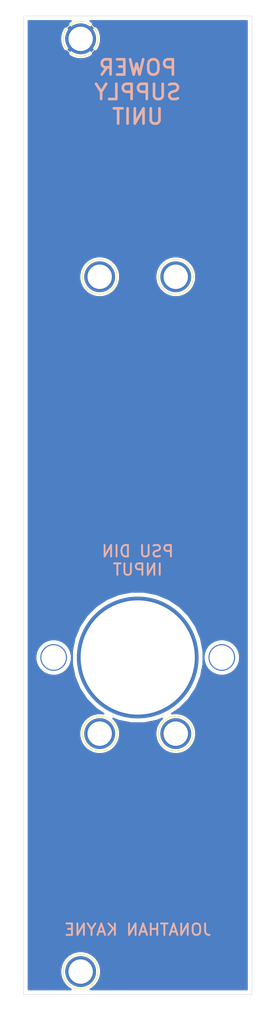
<source format=kicad_pcb>
(kicad_pcb (version 20171130) (host pcbnew "(5.1.0)-1")

  (general
    (thickness 1.6)
    (drawings 8)
    (tracks 0)
    (zones 0)
    (modules 8)
    (nets 7)
  )

  (page A4)
  (layers
    (0 F.Cu signal)
    (31 B.Cu signal)
    (32 B.Adhes user)
    (33 F.Adhes user)
    (34 B.Paste user)
    (35 F.Paste user)
    (36 B.SilkS user)
    (37 F.SilkS user)
    (38 B.Mask user)
    (39 F.Mask user)
    (40 Dwgs.User user)
    (41 Cmts.User user)
    (42 Eco1.User user)
    (43 Eco2.User user)
    (44 Edge.Cuts user)
    (45 Margin user)
    (46 B.CrtYd user)
    (47 F.CrtYd user)
    (48 B.Fab user)
    (49 F.Fab user)
  )

  (setup
    (last_trace_width 0.25)
    (trace_clearance 0.2)
    (zone_clearance 0.508)
    (zone_45_only no)
    (trace_min 0.2)
    (via_size 0.8)
    (via_drill 0.4)
    (via_min_size 0.4)
    (via_min_drill 0.3)
    (uvia_size 0.3)
    (uvia_drill 0.1)
    (uvias_allowed no)
    (uvia_min_size 0.2)
    (uvia_min_drill 0.1)
    (edge_width 0.05)
    (segment_width 0.2)
    (pcb_text_width 0.3)
    (pcb_text_size 1.5 1.5)
    (mod_edge_width 0.12)
    (mod_text_size 1 1)
    (mod_text_width 0.15)
    (pad_size 1.524 1.524)
    (pad_drill 0.762)
    (pad_to_mask_clearance 0.051)
    (solder_mask_min_width 0.25)
    (aux_axis_origin 0 0)
    (visible_elements FFFFFF7F)
    (pcbplotparams
      (layerselection 0x010f0_ffffffff)
      (usegerberextensions true)
      (usegerberattributes false)
      (usegerberadvancedattributes false)
      (creategerberjobfile false)
      (excludeedgelayer true)
      (linewidth 0.100000)
      (plotframeref false)
      (viasonmask false)
      (mode 1)
      (useauxorigin false)
      (hpglpennumber 1)
      (hpglpenspeed 20)
      (hpglpendiameter 15.000000)
      (psnegative false)
      (psa4output false)
      (plotreference true)
      (plotvalue true)
      (plotinvisibletext false)
      (padsonsilk false)
      (subtractmaskfromsilk false)
      (outputformat 1)
      (mirror false)
      (drillshape 0)
      (scaleselection 1)
      (outputdirectory "Gerber/"))
  )

  (net 0 "")
  (net 1 "Net-(CN1-Pad1)")
  (net 2 "Net-(CN2-Pad1)")
  (net 3 "Net-(CN3-Pad1)")
  (net 4 "Net-(CN4-Pad1)")
  (net 5 "Net-(CN5-Pad1)")
  (net 6 "Net-(CN6-Pad1)")

  (net_class Default "This is the default net class."
    (clearance 0.2)
    (trace_width 0.25)
    (via_dia 0.8)
    (via_drill 0.4)
    (uvia_dia 0.3)
    (uvia_drill 0.1)
    (add_net "Net-(CN1-Pad1)")
    (add_net "Net-(CN2-Pad1)")
    (add_net "Net-(CN3-Pad1)")
    (add_net "Net-(CN4-Pad1)")
    (add_net "Net-(CN5-Pad1)")
    (add_net "Net-(CN6-Pad1)")
  )

  (module Synth:ChibiHead (layer B.Cu) (tedit 5CED7E3A) (tstamp 5CEE09A7)
    (at 45 80 180)
    (fp_text reference G*** (at 0 0 180) (layer B.Fab) hide
      (effects (font (size 1.524 1.524) (thickness 0.3)) (justify mirror))
    )
    (fp_text value LOGO (at 0.75 0 180) (layer B.Fab) hide
      (effects (font (size 1.524 1.524) (thickness 0.3)) (justify mirror))
    )
    (fp_poly (pts (xy -5.572924 -1.113308) (xy -5.461978 -1.17318) (xy -5.338494 -1.266634) (xy -5.208945 -1.388487)
      (xy -5.079805 -1.533558) (xy -5.022561 -1.606341) (xy -4.954528 -1.699654) (xy -4.88861 -1.795755)
      (xy -4.830316 -1.885843) (xy -4.785151 -1.961114) (xy -4.758621 -2.012767) (xy -4.756235 -2.031999)
      (xy -4.75626 -2.032) (xy -4.776544 -2.014408) (xy -4.825172 -1.965849) (xy -4.895991 -1.89265)
      (xy -4.982851 -1.801135) (xy -5.038678 -1.741598) (xy -5.160593 -1.616543) (xy -5.281802 -1.50218)
      (xy -5.39609 -1.403493) (xy -5.497242 -1.325465) (xy -5.579044 -1.273079) (xy -5.63528 -1.251321)
      (xy -5.648953 -1.252217) (xy -5.672935 -1.280535) (xy -5.697862 -1.339209) (xy -5.702995 -1.356104)
      (xy -5.730017 -1.426907) (xy -5.757664 -1.446935) (xy -5.786774 -1.416216) (xy -5.81024 -1.359391)
      (xy -5.829851 -1.25099) (xy -5.810129 -1.166562) (xy -5.754143 -1.111751) (xy -5.664964 -1.0922)
      (xy -5.664858 -1.0922) (xy -5.572924 -1.113308)) (layer B.Mask) (width 0.01))
    (fp_poly (pts (xy -1.711292 0.452287) (xy -1.600342 0.423356) (xy -1.474565 0.38179) (xy -1.341533 0.330274)
      (xy -1.208815 0.271492) (xy -1.08398 0.208128) (xy -0.974599 0.142864) (xy -0.9017 0.089775)
      (xy -0.855335 0.047652) (xy -0.850795 0.032229) (xy -0.886849 0.043245) (xy -0.962269 0.080438)
      (xy -1.0287 0.116777) (xy -1.134747 0.171495) (xy -1.261475 0.229617) (xy -1.397399 0.28667)
      (xy -1.531032 0.33818) (xy -1.650889 0.379675) (xy -1.745484 0.40668) (xy -1.793877 0.414785)
      (xy -1.851356 0.422211) (xy -1.879044 0.434675) (xy -1.879487 0.436439) (xy -1.858434 0.461513)
      (xy -1.799846 0.465901) (xy -1.711292 0.452287)) (layer B.Mask) (width 0.01))
    (fp_poly (pts (xy 2.631337 -0.838762) (xy 2.773781 -0.843274) (xy 2.901934 -0.85047) (xy 2.9972 -0.859355)
      (xy 3.036641 -0.865984) (xy 3.033217 -0.871251) (xy 2.985289 -0.875239) (xy 2.891221 -0.878033)
      (xy 2.749376 -0.879718) (xy 2.591994 -0.880338) (xy 2.390027 -0.879735) (xy 2.238468 -0.8772)
      (xy 2.13696 -0.872716) (xy 2.085148 -0.866268) (xy 2.082675 -0.85784) (xy 2.083994 -0.857306)
      (xy 2.135361 -0.848036) (xy 2.226615 -0.84157) (xy 2.346919 -0.837885) (xy 2.485438 -0.836957)
      (xy 2.631337 -0.838762)) (layer B.Mask) (width 0.01))
    (fp_poly (pts (xy -0.065902 -1.066109) (xy 0.0508 -1.101036) (xy 0.2159 -1.156239) (xy 0.209565 -1.454419)
      (xy 0.20861 -1.570578) (xy 0.210711 -1.665444) (xy 0.215447 -1.729137) (xy 0.222265 -1.751792)
      (xy 0.255179 -1.737322) (xy 0.2921 -1.712559) (xy 0.351233 -1.688804) (xy 0.435865 -1.69088)
      (xy 0.551089 -1.719693) (xy 0.702 -1.776148) (xy 0.739992 -1.792151) (xy 0.936785 -1.876383)
      (xy 0.979874 -1.744641) (xy 1.043535 -1.574782) (xy 1.110102 -1.451042) (xy 1.183775 -1.368754)
      (xy 1.268753 -1.323255) (xy 1.369236 -1.309878) (xy 1.3712 -1.309902) (xy 1.474613 -1.321773)
      (xy 1.553116 -1.349797) (xy 1.602432 -1.387648) (xy 1.618284 -1.429002) (xy 1.596396 -1.467531)
      (xy 1.532492 -1.496909) (xy 1.502021 -1.503422) (xy 1.426838 -1.5207) (xy 1.371213 -1.541327)
      (xy 1.360466 -1.548099) (xy 1.315768 -1.603254) (xy 1.264464 -1.694806) (xy 1.212583 -1.80995)
      (xy 1.166152 -1.93588) (xy 1.144825 -2.006172) (xy 1.10362 -2.191586) (xy 1.093224 -2.34849)
      (xy 1.114087 -2.489099) (xy 1.166658 -2.625634) (xy 1.167707 -2.627746) (xy 1.207206 -2.708877)
      (xy 1.225632 -2.757936) (xy 1.22468 -2.788262) (xy 1.206046 -2.813194) (xy 1.192867 -2.825719)
      (xy 1.156509 -2.854401) (xy 1.122178 -2.857988) (xy 1.068487 -2.837166) (xy 1.05366 -2.830189)
      (xy 0.975698 -2.780579) (xy 0.904155 -2.715851) (xy 0.898108 -2.708899) (xy 0.865605 -2.667055)
      (xy 0.847073 -2.627846) (xy 0.840039 -2.577022) (xy 0.842026 -2.500335) (xy 0.847796 -2.419255)
      (xy 0.855992 -2.318529) (xy 0.863516 -2.236322) (xy 0.869061 -2.186616) (xy 0.870142 -2.180141)
      (xy 0.849986 -2.163051) (xy 0.792226 -2.138827) (xy 0.708936 -2.110954) (xy 0.61219 -2.082918)
      (xy 0.514062 -2.058203) (xy 0.426625 -2.040295) (xy 0.361954 -2.032679) (xy 0.359123 -2.032626)
      (xy 0.32005 -2.037233) (xy 0.308061 -2.061955) (xy 0.315725 -2.120374) (xy 0.326491 -2.188131)
      (xy 0.339912 -2.287109) (xy 0.353399 -2.398002) (xy 0.355755 -2.418824) (xy 0.369663 -2.524893)
      (xy 0.390807 -2.663709) (xy 0.41645 -2.818205) (xy 0.443855 -2.971317) (xy 0.447298 -2.989667)
      (xy 0.473666 -3.131502) (xy 0.490741 -3.232532) (xy 0.499054 -3.301796) (xy 0.499132 -3.348331)
      (xy 0.491506 -3.381175) (xy 0.476703 -3.409365) (xy 0.472267 -3.416251) (xy 0.425801 -3.464117)
      (xy 0.359915 -3.505464) (xy 0.287121 -3.536114) (xy 0.219932 -3.551889) (xy 0.170858 -3.548613)
      (xy 0.1524 -3.523054) (xy 0.170518 -3.484937) (xy 0.216754 -3.431155) (xy 0.251242 -3.399152)
      (xy 0.350085 -3.314546) (xy 0.299273 -3.035223) (xy 0.261375 -2.745484) (xy 0.245254 -2.411932)
      (xy 0.244881 -2.381337) (xy 0.242572 -2.249934) (xy 0.238612 -2.138666) (xy 0.233473 -2.056392)
      (xy 0.227631 -2.011971) (xy 0.224827 -2.006687) (xy 0.214565 -2.029869) (xy 0.202696 -2.091133)
      (xy 0.191579 -2.177915) (xy 0.190279 -2.19075) (xy 0.166743 -2.351479) (xy 0.128776 -2.468184)
      (xy 0.070937 -2.546838) (xy -0.012209 -2.593414) (xy -0.126104 -2.613886) (xy -0.197084 -2.6162)
      (xy -0.312363 -2.607596) (xy -0.390058 -2.58328) (xy -0.425993 -2.545495) (xy -0.417009 -2.49811)
      (xy -0.373103 -2.459645) (xy -0.315409 -2.435759) (xy -0.233672 -2.416714) (xy -0.172064 -2.402606)
      (xy -0.126489 -2.378567) (xy -0.090837 -2.326518) (xy -0.064171 -2.242041) (xy -0.045553 -2.12072)
      (xy -0.034046 -1.958136) (xy -0.02871 -1.749873) (xy -0.028479 -1.726291) (xy -0.025089 -1.331682)
      (xy -0.139545 -1.219352) (xy -0.199421 -1.155708) (xy -0.240849 -1.102343) (xy -0.254 -1.074211)
      (xy -0.23193 -1.048954) (xy -0.16806 -1.046356) (xy -0.065902 -1.066109)) (layer B.Mask) (width 0.01))
    (fp_poly (pts (xy -1.097905 -4.298899) (xy -1.039335 -4.335919) (xy -0.986529 -4.371564) (xy -0.899668 -4.427775)
      (xy -0.820172 -4.470585) (xy -0.739081 -4.501805) (xy -0.647438 -4.523246) (xy -0.536281 -4.53672)
      (xy -0.396654 -4.544038) (xy -0.219596 -4.547011) (xy -0.116614 -4.547431) (xy 0.150597 -4.550381)
      (xy 0.368063 -4.558321) (xy 0.53661 -4.571389) (xy 0.657059 -4.589723) (xy 0.730236 -4.613459)
      (xy 0.756964 -4.642735) (xy 0.738066 -4.677689) (xy 0.725395 -4.688009) (xy 0.68468 -4.69932)
      (xy 0.601378 -4.708602) (xy 0.483661 -4.71585) (xy 0.339702 -4.721057) (xy 0.177672 -4.724219)
      (xy 0.005744 -4.72533) (xy -0.16791 -4.724384) (xy -0.335117 -4.721375) (xy -0.487705 -4.716299)
      (xy -0.617502 -4.709149) (xy -0.716334 -4.69992) (xy -0.7747 -4.689035) (xy -0.85503 -4.660617)
      (xy -0.923958 -4.631168) (xy -0.934248 -4.625914) (xy -0.993647 -4.578481) (xy -1.055388 -4.50583)
      (xy -1.107736 -4.424819) (xy -1.13896 -4.352308) (xy -1.143 -4.325942) (xy -1.140927 -4.29648)
      (xy -1.128832 -4.286609) (xy -1.097905 -4.298899)) (layer B.Mask) (width 0.01))
    (fp_poly (pts (xy -0.201231 -5.118025) (xy -0.18465 -5.120305) (xy -0.065495 -5.140672) (xy 0.009898 -5.160201)
      (xy 0.048479 -5.181022) (xy 0.056666 -5.1943) (xy 0.040707 -5.213675) (xy -0.010102 -5.223549)
      (xy -0.080697 -5.223875) (xy -0.156016 -5.214607) (xy -0.220997 -5.1957) (xy -0.22225 -5.195151)
      (xy -0.28789 -5.158339) (xy -0.304957 -5.130607) (xy -0.275416 -5.115866) (xy -0.201231 -5.118025)) (layer B.Mask) (width 0.01))
    (fp_poly (pts (xy -1.500519 10.415344) (xy -1.422594 10.380601) (xy -1.330748 10.334764) (xy -1.234932 10.282726)
      (xy -1.145099 10.229382) (xy -1.0922 10.194646) (xy -0.985985 10.109623) (xy -0.86217 9.992283)
      (xy -0.730419 9.853171) (xy -0.600398 9.702832) (xy -0.481771 9.551813) (xy -0.409893 9.450154)
      (xy -0.261287 9.212918) (xy -0.130679 8.970194) (xy -0.009191 8.704652) (xy 0.063013 8.527181)
      (xy 0.106267 8.421381) (xy 0.143834 8.338174) (xy 0.171694 8.285884) (xy 0.185824 8.272836)
      (xy 0.185842 8.272865) (xy 0.222623 8.30365) (xy 0.296642 8.34582) (xy 0.396977 8.394589)
      (xy 0.51271 8.445171) (xy 0.63292 8.492779) (xy 0.746688 8.532628) (xy 0.8382 8.558782)
      (xy 1.04845 8.593151) (xy 1.295162 8.606836) (xy 1.568816 8.600746) (xy 1.859889 8.575789)
      (xy 2.158863 8.532873) (xy 2.456214 8.472907) (xy 2.742424 8.3968) (xy 2.8321 8.368529)
      (xy 2.979978 8.313345) (xy 3.159094 8.236065) (xy 3.358164 8.14239) (xy 3.565903 8.038017)
      (xy 3.771027 7.928645) (xy 3.96225 7.819972) (xy 4.128289 7.717697) (xy 4.1529 7.701556)
      (xy 4.443502 7.496053) (xy 4.700606 7.284954) (xy 4.928915 7.062) (xy 5.133137 6.820929)
      (xy 5.317976 6.555482) (xy 5.488137 6.2594) (xy 5.648327 5.926421) (xy 5.80325 5.550287)
      (xy 5.837208 5.460818) (xy 6.011855 4.948101) (xy 6.15139 4.433339) (xy 6.257981 3.905975)
      (xy 6.333797 3.355452) (xy 6.37762 2.829662) (xy 6.395271 2.333136) (xy 6.385243 1.864301)
      (xy 6.346335 1.407496) (xy 6.277351 0.947063) (xy 6.2067 0.5969) (xy 6.136069 0.290016)
      (xy 6.06835 0.02332) (xy 6.000004 -0.213386) (xy 5.927492 -0.430304) (xy 5.847273 -0.637631)
      (xy 5.755809 -0.845569) (xy 5.64956 -1.064317) (xy 5.589698 -1.1811) (xy 5.425628 -1.489011)
      (xy 5.277351 -1.751289) (xy 5.145132 -1.967529) (xy 5.029235 -2.137326) (xy 4.929925 -2.260278)
      (xy 4.847467 -2.33598) (xy 4.822449 -2.351336) (xy 4.770999 -2.386185) (xy 4.768056 -2.413736)
      (xy 4.814437 -2.435512) (xy 4.874271 -2.447749) (xy 4.989992 -2.489024) (xy 5.089526 -2.566336)
      (xy 5.155962 -2.666426) (xy 5.179133 -2.776407) (xy 5.173658 -2.913334) (xy 5.141276 -3.063445)
      (xy 5.087995 -3.203982) (xy 5.013025 -3.334617) (xy 4.901582 -3.481981) (xy 4.788702 -3.609935)
      (xy 4.687215 -3.723484) (xy 4.583133 -3.846782) (xy 4.490019 -3.963412) (xy 4.432084 -4.041535)
      (xy 4.357387 -4.140356) (xy 4.26009 -4.258473) (xy 4.153908 -4.379661) (xy 4.070774 -4.468964)
      (xy 3.976333 -4.565853) (xy 3.908455 -4.631247) (xy 3.859168 -4.670902) (xy 3.820497 -4.690577)
      (xy 3.78447 -4.696028) (xy 3.758243 -4.694628) (xy 3.712883 -4.692648) (xy 3.680594 -4.703393)
      (xy 3.651859 -4.736084) (xy 3.617156 -4.799944) (xy 3.588585 -4.858993) (xy 3.52089 -4.988528)
      (xy 3.446297 -5.111398) (xy 3.370043 -5.221033) (xy 3.297367 -5.310866) (xy 3.233507 -5.374327)
      (xy 3.183702 -5.404848) (xy 3.156784 -5.400451) (xy 3.126328 -5.399664) (xy 3.095259 -5.412094)
      (xy 3.052063 -5.456647) (xy 2.998986 -5.547906) (xy 2.937297 -5.683017) (xy 2.868264 -5.859126)
      (xy 2.793155 -6.073379) (xy 2.769379 -6.145427) (xy 2.725292 -6.275023) (xy 2.683405 -6.387746)
      (xy 2.647369 -6.474504) (xy 2.620839 -6.526202) (xy 2.61249 -6.535936) (xy 2.576611 -6.539184)
      (xy 2.513128 -6.517273) (xy 2.416426 -6.46804) (xy 2.373403 -6.443786) (xy 2.269594 -6.387492)
      (xy 2.169017 -6.338488) (xy 2.088838 -6.304973) (xy 2.069375 -6.298592) (xy 1.96705 -6.269129)
      (xy 1.688375 -6.464021) (xy 1.580836 -6.539895) (xy 1.485251 -6.608566) (xy 1.41104 -6.663179)
      (xy 1.367624 -6.696881) (xy 1.364057 -6.699972) (xy 1.336046 -6.730174) (xy 1.344218 -6.751317)
      (xy 1.389457 -6.776844) (xy 1.442466 -6.81291) (xy 1.514445 -6.87375) (xy 1.590238 -6.946509)
      (xy 1.593638 -6.950004) (xy 1.708066 -7.054563) (xy 1.846959 -7.161277) (xy 1.992848 -7.257957)
      (xy 2.128261 -7.332413) (xy 2.165862 -7.349276) (xy 2.240202 -7.375425) (xy 2.356381 -7.410195)
      (xy 2.506544 -7.451673) (xy 2.682837 -7.497942) (xy 2.877403 -7.547087) (xy 3.082387 -7.597191)
      (xy 3.289933 -7.646338) (xy 3.492188 -7.692614) (xy 3.681294 -7.734102) (xy 3.849397 -7.768886)
      (xy 3.988642 -7.79505) (xy 4.005482 -7.797933) (xy 4.21026 -7.835054) (xy 4.369885 -7.87047)
      (xy 4.489873 -7.906163) (xy 4.575735 -7.944114) (xy 4.632986 -7.986305) (xy 4.667139 -8.034719)
      (xy 4.667713 -8.035956) (xy 4.693904 -8.077092) (xy 4.745306 -8.146001) (xy 4.813806 -8.232111)
      (xy 4.871646 -8.301768) (xy 5.002963 -8.472455) (xy 5.144616 -8.684224) (xy 5.292642 -8.929408)
      (xy 5.443078 -9.200343) (xy 5.591961 -9.489365) (xy 5.735328 -9.788807) (xy 5.869214 -10.091006)
      (xy 5.989657 -10.388296) (xy 6.082983 -10.644441) (xy 6.195454 -10.9728) (xy 0.608632 -10.9728)
      (xy 0.6217 -10.91565) (xy 0.661098 -10.733954) (xy 0.704806 -10.516437) (xy 0.750596 -10.275618)
      (xy 0.796239 -10.024016) (xy 0.839507 -9.774153) (xy 0.87817 -9.538548) (xy 0.91 -9.329721)
      (xy 0.929518 -9.186603) (xy 0.950488 -9.016543) (xy 0.96588 -8.878367) (xy 0.976131 -8.759769)
      (xy 0.98168 -8.648442) (xy 0.982966 -8.532081) (xy 0.980427 -8.39838) (xy 0.9745 -8.235032)
      (xy 0.968444 -8.093578) (xy 0.960722 -7.927288) (xy 0.953035 -7.778691) (xy 0.945823 -7.655062)
      (xy 0.939528 -7.563673) (xy 0.93459 -7.511799) (xy 0.932626 -7.502759) (xy 0.914856 -7.516562)
      (xy 0.879581 -7.56293) (xy 0.846226 -7.61338) (xy 0.782876 -7.703675) (xy 0.696307 -7.813122)
      (xy 0.596112 -7.930957) (xy 0.491888 -8.046415) (xy 0.393228 -8.148731) (xy 0.309727 -8.227141)
      (xy 0.272515 -8.257067) (xy 0.151637 -8.326362) (xy 0.015339 -8.375695) (xy -0.117631 -8.399588)
      (xy -0.206726 -8.397082) (xy -0.283101 -8.377177) (xy -0.380384 -8.341675) (xy -0.458082 -8.307357)
      (xy -0.552572 -8.256652) (xy -0.677141 -8.182701) (xy -0.821048 -8.092497) (xy -0.973549 -7.993034)
      (xy -1.123904 -7.891302) (xy -1.261371 -7.794295) (xy -1.364705 -7.717186) (xy -1.439906 -7.659675)
      (xy -1.498054 -7.616631) (xy -1.52896 -7.595556) (xy -1.531234 -7.5946) (xy -1.530989 -7.618386)
      (xy -1.523023 -7.684869) (xy -1.508523 -7.786731) (xy -1.488674 -7.916654) (xy -1.464663 -8.067322)
      (xy -1.437677 -8.231417) (xy -1.408901 -8.401623) (xy -1.379522 -8.570621) (xy -1.350727 -8.731096)
      (xy -1.323701 -8.87573) (xy -1.322582 -8.881559) (xy -1.264279 -9.167529) (xy -1.196631 -9.470144)
      (xy -1.12309 -9.775468) (xy -1.047106 -10.069566) (xy -0.972134 -10.338504) (xy -0.915018 -10.526758)
      (xy -0.876904 -10.65205) (xy -0.846175 -10.763517) (xy -0.825552 -10.850476) (xy -0.817752 -10.902246)
      (xy -0.818014 -10.907758) (xy -0.8255 -10.9601) (xy -4.29895 -10.96654) (xy -4.714628 -10.9672)
      (xy -5.116109 -10.967621) (xy -5.500485 -10.96781) (xy -5.864849 -10.967776) (xy -6.206292 -10.967525)
      (xy -6.521906 -10.967065) (xy -6.808784 -10.966403) (xy -7.064017 -10.965548) (xy -7.284698 -10.964506)
      (xy -7.467919 -10.963286) (xy -7.610771 -10.961894) (xy -7.710347 -10.960338) (xy -7.763739 -10.958626)
      (xy -7.7724 -10.957551) (xy -7.758798 -10.931986) (xy -7.721594 -10.873028) (xy -7.666188 -10.788987)
      (xy -7.597985 -10.688174) (xy -7.58506 -10.669317) (xy -7.496109 -10.536867) (xy -7.401112 -10.390633)
      (xy -7.312801 -10.250444) (xy -7.25649 -10.157606) (xy -7.134507 -9.957825) (xy -7.017725 -9.779164)
      (xy -6.910246 -9.627354) (xy -6.816175 -9.508127) (xy -6.739617 -9.427212) (xy -6.723706 -9.41365)
      (xy -6.659693 -9.369179) (xy -6.594669 -9.343652) (xy -6.508351 -9.330466) (xy -6.457006 -9.326789)
      (xy -6.347779 -9.315418) (xy -6.27941 -9.295206) (xy -6.2484 -9.271798) (xy -6.217195 -9.234779)
      (xy -6.161596 -9.168668) (xy -6.08986 -9.083288) (xy -6.020981 -9.001252) (xy -5.922512 -8.884884)
      (xy -5.813852 -8.757974) (xy -5.711672 -8.639934) (xy -5.663722 -8.5852) (xy -5.589394 -8.498408)
      (xy -5.49389 -8.383234) (xy -5.386946 -8.251614) (xy -5.278294 -8.115479) (xy -5.218287 -8.0391)
      (xy -4.952427 -7.712759) (xy -4.700736 -7.4336) (xy -4.461891 -7.200426) (xy -4.23457 -7.012038)
      (xy -4.017451 -6.867238) (xy -3.882612 -6.800644) (xy -1.795341 -6.800644) (xy -1.79469 -6.802775)
      (xy -1.780192 -6.843742) (xy -1.752158 -6.919718) (xy -1.715205 -7.018266) (xy -1.689325 -7.0866)
      (xy -1.649675 -7.191261) (xy -1.61651 -7.279482) (xy -1.594213 -7.339568) (xy -1.587608 -7.358044)
      (xy -1.562083 -7.384893) (xy -1.499654 -7.43341) (xy -1.407064 -7.499271) (xy -1.291057 -7.578152)
      (xy -1.158376 -7.665727) (xy -1.015763 -7.757674) (xy -0.869962 -7.849667) (xy -0.727716 -7.937384)
      (xy -0.595768 -8.016499) (xy -0.480861 -8.082688) (xy -0.389738 -8.131628) (xy -0.3556 -8.148097)
      (xy -0.23116 -8.186491) (xy -0.092798 -8.200988) (xy 0.037913 -8.190579) (xy 0.108765 -8.169888)
      (xy 0.168674 -8.131699) (xy 0.251485 -8.061138) (xy 0.349526 -7.966401) (xy 0.455126 -7.855685)
      (xy 0.560614 -7.737188) (xy 0.65832 -7.619107) (xy 0.740572 -7.50964) (xy 0.775793 -7.457102)
      (xy 0.836262 -7.358092) (xy 0.872572 -7.286208) (xy 0.890044 -7.227203) (xy 0.893999 -7.166831)
      (xy 0.893176 -7.142775) (xy 0.884148 -7.023625) (xy 0.868059 -6.94309) (xy 0.840233 -6.88904)
      (xy 0.795998 -6.849346) (xy 0.775008 -6.836147) (xy 0.689787 -6.785866) (xy 0.620449 -6.949013)
      (xy 0.565039 -7.065812) (xy 0.517922 -7.13672) (xy 0.480211 -7.160285) (xy 0.464305 -7.152972)
      (xy 0.456714 -7.115845) (xy 0.461504 -7.039928) (xy 0.476793 -6.935186) (xy 0.500698 -6.811585)
      (xy 0.531335 -6.679092) (xy 0.566822 -6.54767) (xy 0.596719 -6.452135) (xy 0.631666 -6.34492)
      (xy 0.658203 -6.256791) (xy 0.673401 -6.197943) (xy 0.67529 -6.178624) (xy 0.659019 -6.175983)
      (xy 0.62086 -6.183291) (xy 0.555575 -6.202175) (xy 0.457927 -6.234265) (xy 0.32268 -6.281188)
      (xy 0.1651 -6.337225) (xy -0.1651 -6.455468) (xy -0.4953 -6.443563) (xy -0.723774 -6.42729)
      (xy -0.918274 -6.394184) (xy -1.093847 -6.340728) (xy -1.265137 -6.263615) (xy -1.317905 -6.239261)
      (xy -1.345174 -6.232408) (xy -1.3462 -6.233797) (xy -1.341301 -6.263453) (xy -1.328735 -6.326434)
      (xy -1.318126 -6.376806) (xy -1.305164 -6.470572) (xy -1.30198 -6.57362) (xy -1.307429 -6.673623)
      (xy -1.320369 -6.758255) (xy -1.339653 -6.815188) (xy -1.360438 -6.8326) (xy -1.392764 -6.810969)
      (xy -1.411687 -6.770229) (xy -1.433494 -6.725048) (xy -1.477666 -6.716269) (xy -1.494721 -6.718439)
      (xy -1.561349 -6.728128) (xy -1.649689 -6.740054) (xy -1.68521 -6.744635) (xy -1.7594 -6.757371)
      (xy -1.792783 -6.774274) (xy -1.795341 -6.800644) (xy -3.882612 -6.800644) (xy -3.813941 -6.766729)
      (xy -3.672445 -6.723691) (xy -3.494496 -6.691068) (xy -3.293522 -6.669652) (xy -3.082949 -6.660232)
      (xy -2.876204 -6.663598) (xy -2.686713 -6.680541) (xy -2.598382 -6.695193) (xy -2.542149 -6.701189)
      (xy -2.509444 -6.681692) (xy -2.481069 -6.625971) (xy -2.445007 -6.5405) (xy -2.600454 -6.397884)
      (xy -2.686294 -6.313329) (xy -2.786627 -6.205733) (xy -2.885375 -6.092627) (xy -2.929314 -6.039258)
      (xy -3.02014 -5.930777) (xy -3.102684 -5.840828) (xy -3.171733 -5.774263) (xy -3.222074 -5.735938)
      (xy -3.248492 -5.730706) (xy -3.2512 -5.739566) (xy -3.269489 -5.782654) (xy -3.31752 -5.840367)
      (xy -3.385042 -5.904548) (xy -3.461807 -5.967041) (xy -3.537562 -6.01969) (xy -3.602057 -6.054337)
      (xy -3.645042 -6.062825) (xy -3.652431 -6.058835) (xy -3.658629 -6.030414) (xy -3.666801 -5.96192)
      (xy -3.675831 -5.863987) (xy -3.683696 -5.760561) (xy -3.69929 -5.614375) (xy -3.727084 -5.433133)
      (xy -3.764369 -5.230342) (xy -3.808437 -5.019509) (xy -3.85658 -4.814142) (xy -3.906089 -4.627747)
      (xy -3.921086 -4.576609) (xy -3.949535 -4.503954) (xy -3.997405 -4.403743) (xy -4.057038 -4.291399)
      (xy -4.098565 -4.219038) (xy -4.166935 -4.097895) (xy -4.233449 -3.969851) (xy -4.288149 -3.854501)
      (xy -4.309353 -3.804178) (xy -4.353512 -3.702464) (xy -4.397243 -3.633045) (xy -4.452782 -3.579017)
      (xy -4.494291 -3.548713) (xy -4.616219 -3.459493) (xy -4.763627 -3.342558) (xy -4.926571 -3.2066)
      (xy -5.095105 -3.060315) (xy -5.259284 -2.912396) (xy -5.409163 -2.771537) (xy -5.534797 -2.646431)
      (xy -5.574425 -2.60449) (xy -5.792693 -2.361508) (xy -5.97308 -2.144984) (xy -6.118031 -1.950485)
      (xy -6.229994 -1.773581) (xy -6.311415 -1.609837) (xy -6.364741 -1.454821) (xy -6.392418 -1.3041)
      (xy -6.395334 -1.205791) (xy -6.181135 -1.205791) (xy -6.169496 -1.347222) (xy -6.135805 -1.482971)
      (xy -6.075669 -1.624644) (xy -5.984694 -1.783843) (xy -5.930782 -1.8669) (xy -5.815967 -2.023934)
      (xy -5.668481 -2.202619) (xy -5.496446 -2.394327) (xy -5.307982 -2.590431) (xy -5.11121 -2.782303)
      (xy -4.914251 -2.961315) (xy -4.843149 -3.022399) (xy -4.729612 -3.118219) (xy -4.630562 -3.201691)
      (xy -4.552072 -3.267706) (xy -4.500215 -3.311157) (xy -4.481064 -3.326934) (xy -4.481062 -3.326934)
      (xy -4.484879 -3.304134) (xy -4.496813 -3.242697) (xy -4.514682 -3.153732) (xy -4.524596 -3.10515)
      (xy -4.568457 -2.884222) (xy -4.613197 -2.646098) (xy -4.657401 -2.399398) (xy -4.699651 -2.152743)
      (xy -4.738532 -1.914754) (xy -4.772627 -1.694051) (xy -4.800519 -1.499254) (xy -4.820792 -1.338986)
      (xy -4.830313 -1.2446) (xy -4.845783 -1.081833) (xy -4.865235 -0.959953) (xy -4.894435 -0.869077)
      (xy -4.939147 -0.799323) (xy -5.005139 -0.740809) (xy -5.098175 -0.683653) (xy -5.18402 -0.63837)
      (xy -5.300801 -0.582349) (xy -5.363517 -0.559671) (xy -4.730376 -0.559671) (xy -4.712755 -0.806885)
      (xy -4.685913 -1.101488) (xy -4.645519 -1.415546) (xy -4.590136 -1.759179) (xy -4.534996 -2.0574)
      (xy -4.501785 -2.23053) (xy -4.467171 -2.41385) (xy -4.434341 -2.590292) (xy -4.406484 -2.742791)
      (xy -4.395067 -2.8067) (xy -4.325185 -3.148212) (xy -4.241648 -3.451264) (xy -4.140493 -3.727265)
      (xy -4.017753 -3.987622) (xy -3.93001 -4.144609) (xy -3.816618 -4.324348) (xy -3.700504 -4.48059)
      (xy -3.573166 -4.62173) (xy -3.426104 -4.756164) (xy -3.250818 -4.892285) (xy -3.038805 -5.038491)
      (xy -2.9972 -5.065799) (xy -2.80269 -5.188804) (xy -2.586066 -5.319032) (xy -2.354598 -5.452634)
      (xy -2.115555 -5.585762) (xy -1.876208 -5.714569) (xy -1.643826 -5.835206) (xy -1.425679 -5.943826)
      (xy -1.229036 -6.03658) (xy -1.061168 -6.109621) (xy -0.935629 -6.157024) (xy -0.827861 -6.186143)
      (xy -0.692835 -6.212729) (xy -0.544929 -6.234998) (xy -0.398521 -6.251169) (xy -0.267989 -6.259457)
      (xy -0.167713 -6.258079) (xy -0.143821 -6.255217) (xy -0.09027 -6.239603) (xy -0.004848 -6.207225)
      (xy 0.098627 -6.163529) (xy 0.163943 -6.133995) (xy 0.30456 -6.070466) (xy 0.435958 -6.015529)
      (xy 0.568495 -5.965639) (xy 0.712525 -5.917254) (xy 0.878404 -5.866829) (xy 1.076489 -5.81082)
      (xy 1.231969 -5.768517) (xy 1.465175 -5.703481) (xy 1.727146 -5.626593) (xy 2.004832 -5.541959)
      (xy 2.28518 -5.453687) (xy 2.55514 -5.365886) (xy 2.801661 -5.282661) (xy 3.006632 -5.209978)
      (xy 3.119761 -5.167572) (xy 3.196824 -5.134021) (xy 3.249667 -5.101299) (xy 3.290137 -5.061378)
      (xy 3.330079 -5.00623) (xy 3.348372 -4.9784) (xy 3.405066 -4.880112) (xy 3.473982 -4.742611)
      (xy 3.551293 -4.574879) (xy 3.606795 -4.446779) (xy 3.777937 -4.446779) (xy 3.792747 -4.441544)
      (xy 3.829706 -4.40693) (xy 3.893808 -4.339838) (xy 3.93811 -4.2926) (xy 4.032992 -4.186032)
      (xy 4.131444 -4.066899) (xy 4.216736 -3.955696) (xy 4.24121 -3.921245) (xy 4.310029 -3.828484)
      (xy 4.401674 -3.714703) (xy 4.503479 -3.595229) (xy 4.590296 -3.498761) (xy 4.756185 -3.304531)
      (xy 4.875527 -3.12928) (xy 4.948246 -2.973171) (xy 4.974266 -2.836368) (xy 4.95351 -2.719035)
      (xy 4.953206 -2.718298) (xy 4.92132 -2.666322) (xy 4.868001 -2.630329) (xy 4.79294 -2.603578)
      (xy 4.664414 -2.573135) (xy 4.561991 -2.569672) (xy 4.468399 -2.593729) (xy 4.421606 -2.615176)
      (xy 4.353453 -2.659136) (xy 4.318461 -2.71277) (xy 4.306069 -2.760729) (xy 4.291483 -2.821697)
      (xy 4.26483 -2.917995) (xy 4.229834 -3.036668) (xy 4.190214 -3.164763) (xy 4.188026 -3.171662)
      (xy 4.151562 -3.289922) (xy 4.122838 -3.389752) (xy 4.104401 -3.461776) (xy 4.098797 -3.496615)
      (xy 4.099355 -3.498222) (xy 4.120259 -3.485327) (xy 4.169994 -3.442142) (xy 4.241941 -3.374762)
      (xy 4.329479 -3.289283) (xy 4.366826 -3.251943) (xy 4.459789 -3.161113) (xy 4.541315 -3.086548)
      (xy 4.604397 -3.034276) (xy 4.642026 -3.010321) (xy 4.648246 -3.009928) (xy 4.672322 -3.052376)
      (xy 4.656124 -3.125221) (xy 4.599601 -3.228658) (xy 4.586392 -3.248684) (xy 4.525212 -3.333015)
      (xy 4.439538 -3.442529) (xy 4.339443 -3.565183) (xy 4.235 -3.688932) (xy 4.136283 -3.801733)
      (xy 4.053363 -3.891542) (xy 4.023814 -3.921318) (xy 3.968738 -3.987424) (xy 3.915117 -4.079997)
      (xy 3.859125 -4.206726) (xy 3.796937 -4.375297) (xy 3.794791 -4.3815) (xy 3.780283 -4.425731)
      (xy 3.777937 -4.446779) (xy 3.606795 -4.446779) (xy 3.633172 -4.385901) (xy 3.715789 -4.18466)
      (xy 3.795317 -3.980141) (xy 3.867927 -3.781326) (xy 3.90675 -3.668001) (xy 3.963027 -3.506331)
      (xy 4.027415 -3.33332) (xy 4.092752 -3.167556) (xy 4.151874 -3.027626) (xy 4.163427 -3.001954)
      (xy 4.213236 -2.890897) (xy 4.254128 -2.795854) (xy 4.281961 -2.726734) (xy 4.29259 -2.693445)
      (xy 4.2926 -2.693102) (xy 4.275412 -2.668536) (xy 4.233464 -2.672733) (xy 4.181175 -2.702126)
      (xy 4.15341 -2.727548) (xy 4.093639 -2.768255) (xy 4.001777 -2.805411) (xy 3.896476 -2.832989)
      (xy 3.796386 -2.844963) (xy 3.789699 -2.845064) (xy 3.751673 -2.869402) (xy 3.704765 -2.939632)
      (xy 3.675814 -2.997244) (xy 3.609118 -3.114398) (xy 3.540986 -3.181814) (xy 3.531025 -3.187479)
      (xy 3.433438 -3.220005) (xy 3.337552 -3.222023) (xy 3.260271 -3.194163) (xy 3.239948 -3.1766)
      (xy 3.211291 -3.123824) (xy 3.225685 -3.085913) (xy 3.271749 -3.073305) (xy 3.362672 -3.048573)
      (xy 3.441898 -2.976802) (xy 3.506485 -2.860993) (xy 3.522889 -2.817162) (xy 3.554281 -2.713105)
      (xy 3.590157 -2.575862) (xy 3.626556 -2.422342) (xy 3.659519 -2.26945) (xy 3.685085 -2.134096)
      (xy 3.690148 -2.103122) (xy 3.681843 -2.042192) (xy 3.640587 -2.009725) (xy 3.576808 -2.007743)
      (xy 3.500929 -2.038267) (xy 3.469187 -2.060295) (xy 3.420929 -2.093588) (xy 3.392322 -2.104654)
      (xy 3.390799 -2.103866) (xy 3.398757 -2.079388) (xy 3.428786 -2.023055) (xy 3.475083 -1.945482)
      (xy 3.493076 -1.91682) (xy 3.545224 -1.831682) (xy 3.584693 -1.761427) (xy 3.60485 -1.718064)
      (xy 3.606139 -1.712155) (xy 3.585143 -1.691113) (xy 3.529921 -1.656452) (xy 3.452986 -1.614455)
      (xy 3.366852 -1.571402) (xy 3.284031 -1.533576) (xy 3.217038 -1.507256) (xy 3.180705 -1.4986)
      (xy 3.160906 -1.507009) (xy 3.145161 -1.537934) (xy 3.131007 -1.599915) (xy 3.115978 -1.701494)
      (xy 3.111064 -1.7399) (xy 3.08736 -1.862864) (xy 3.045553 -2.013608) (xy 2.989981 -2.181174)
      (xy 2.924984 -2.354602) (xy 2.854898 -2.522934) (xy 2.784063 -2.675212) (xy 2.716817 -2.800477)
      (xy 2.657498 -2.887769) (xy 2.655865 -2.889713) (xy 2.585504 -2.972726) (xy 2.188102 -2.958913)
      (xy 2.015408 -2.952378) (xy 1.883794 -2.945464) (xy 1.783554 -2.936719) (xy 1.704977 -2.92469)
      (xy 1.638357 -2.907925) (xy 1.573985 -2.884974) (xy 1.508774 -2.857309) (xy 1.432681 -2.820244)
      (xy 1.391076 -2.785798) (xy 1.370549 -2.739665) (xy 1.363004 -2.701839) (xy 1.351494 -2.61533)
      (xy 1.351393 -2.611783) (xy 1.578397 -2.611783) (xy 1.615769 -2.665195) (xy 1.685181 -2.691601)
      (xy 1.7018 -2.6924) (xy 1.763742 -2.681311) (xy 1.798319 -2.661919) (xy 1.82179 -2.614423)
      (xy 1.8288 -2.5654) (xy 1.809637 -2.489214) (xy 1.760541 -2.445977) (xy 1.694099 -2.44084)
      (xy 1.6229 -2.478958) (xy 1.62125 -2.480436) (xy 1.578435 -2.545488) (xy 1.578397 -2.611783)
      (xy 1.351393 -2.611783) (xy 1.349235 -2.536288) (xy 1.357851 -2.452261) (xy 1.378965 -2.350797)
      (xy 1.414202 -2.219442) (xy 1.43551 -2.145859) (xy 1.493019 -1.960376) (xy 1.5478 -1.810971)
      (xy 1.582173 -1.736445) (xy 2.59613 -1.736445) (xy 2.605351 -1.79646) (xy 2.628586 -1.844157)
      (xy 2.649468 -1.859642) (xy 2.680493 -1.869627) (xy 2.709149 -1.89272) (xy 2.767518 -1.91803)
      (xy 2.849397 -1.911824) (xy 2.939959 -1.875919) (xy 2.963695 -1.861553) (xy 3.007525 -1.810456)
      (xy 3.040044 -1.718623) (xy 3.048366 -1.680734) (xy 3.065958 -1.594704) (xy 3.081119 -1.525315)
      (xy 3.088066 -1.496957) (xy 3.080238 -1.467982) (xy 3.034732 -1.440053) (xy 2.963435 -1.414407)
      (xy 2.852811 -1.383578) (xy 2.777369 -1.374738) (xy 2.72614 -1.388645) (xy 2.688155 -1.42606)
      (xy 2.68286 -1.433841) (xy 2.636188 -1.528462) (xy 2.605858 -1.635971) (xy 2.59613 -1.736445)
      (xy 1.582173 -1.736445) (xy 1.60646 -1.683788) (xy 1.675609 -1.56497) (xy 1.761854 -1.44066)
      (xy 1.789522 -1.403572) (xy 1.854493 -1.316684) (xy 1.891993 -1.261855) (xy 1.905245 -1.230663)
      (xy 1.897469 -1.214684) (xy 1.871887 -1.205496) (xy 1.865856 -1.203968) (xy 1.818758 -1.182873)
      (xy 1.8034 -1.161413) (xy 1.814384 -1.147154) (xy 1.820112 -1.151246) (xy 1.850383 -1.151349)
      (xy 1.875036 -1.136429) (xy 1.922987 -1.119988) (xy 2.011261 -1.11084) (xy 2.129957 -1.108622)
      (xy 2.269179 -1.112967) (xy 2.419029 -1.123511) (xy 2.569608 -1.139889) (xy 2.711018 -1.161736)
      (xy 2.746523 -1.168561) (xy 2.928972 -1.210307) (xy 3.10779 -1.260249) (xy 3.277604 -1.315925)
      (xy 3.433041 -1.374877) (xy 3.568731 -1.434643) (xy 3.679302 -1.492764) (xy 3.75938 -1.546779)
      (xy 3.803596 -1.594229) (xy 3.806576 -1.632653) (xy 3.791713 -1.647213) (xy 3.76554 -1.67838)
      (xy 3.72907 -1.738109) (xy 3.712105 -1.770062) (xy 3.658187 -1.876425) (xy 3.739651 -1.884362)
      (xy 3.8175 -1.911056) (xy 3.858444 -1.95913) (xy 3.873561 -1.992679) (xy 3.881027 -2.032619)
      (xy 3.880571 -2.089148) (xy 3.87192 -2.172461) (xy 3.854806 -2.292754) (xy 3.848462 -2.334436)
      (xy 3.829562 -2.471837) (xy 3.819551 -2.577318) (xy 3.8189 -2.644343) (xy 3.824625 -2.665254)
      (xy 3.852749 -2.66228) (xy 3.915564 -2.643379) (xy 4.001294 -2.613149) (xy 4.098161 -2.576187)
      (xy 4.194387 -2.537089) (xy 4.278195 -2.500452) (xy 4.337807 -2.470875) (xy 4.358983 -2.456682)
      (xy 4.356007 -2.431266) (xy 4.342455 -2.371394) (xy 4.326943 -2.311365) (xy 4.305029 -2.161827)
      (xy 4.308131 -1.977195) (xy 4.334902 -1.765799) (xy 4.383995 -1.535967) (xy 4.454061 -1.29603)
      (xy 4.521335 -1.10994) (xy 4.629195 -0.835581) (xy 4.579003 -0.77974) (xy 4.289913 -0.441178)
      (xy 4.044371 -0.116557) (xy 3.838779 0.199088) (xy 3.731175 0.389857) (xy 3.680498 0.48349)
      (xy 3.639812 0.555192) (xy 3.613985 0.596604) (xy 3.607287 0.602616) (xy 3.6195 0.566243)
      (xy 3.656844 0.48573) (xy 3.719318 0.361083) (xy 3.806917 0.192307) (xy 3.919639 -0.020591)
      (xy 4.037821 -0.241104) (xy 4.114127 -0.384107) (xy 4.182821 -0.515198) (xy 4.239939 -0.626619)
      (xy 4.281513 -0.710612) (xy 4.303577 -0.759416) (xy 4.305379 -0.764526) (xy 4.336499 -0.83207)
      (xy 4.363041 -0.86995) (xy 4.384607 -0.905258) (xy 4.372385 -0.9144) (xy 4.324474 -0.901434)
      (xy 4.242358 -0.865674) (xy 4.134545 -0.811825) (xy 4.009542 -0.744592) (xy 3.875857 -0.668679)
      (xy 3.741998 -0.588793) (xy 3.616473 -0.509639) (xy 3.509851 -0.437388) (xy 3.349402 -0.323316)
      (xy 3.172377 -0.352551) (xy 3.064043 -0.374412) (xy 2.931521 -0.406857) (xy 2.798652 -0.443923)
      (xy 2.761326 -0.455356) (xy 2.648166 -0.488927) (xy 2.542721 -0.516718) (xy 2.461427 -0.534534)
      (xy 2.43658 -0.538233) (xy 2.361712 -0.537037) (xy 2.317763 -0.518943) (xy 2.312103 -0.489239)
      (xy 2.334268 -0.464821) (xy 2.357721 -0.443918) (xy 2.33842 -0.443815) (xy 2.31775 -0.448725)
      (xy 2.272773 -0.450157) (xy 2.2606 -0.421159) (xy 2.268622 -0.398357) (xy 2.296339 -0.373425)
      (xy 2.34922 -0.343753) (xy 2.43274 -0.306731) (xy 2.552368 -0.25975) (xy 2.713578 -0.200199)
      (xy 2.756355 -0.184724) (xy 2.862774 -0.145272) (xy 2.948928 -0.111311) (xy 3.005164 -0.086784)
      (xy 3.022238 -0.0762) (xy 3.004341 -0.055728) (xy 2.955034 -0.008269) (xy 2.881192 0.059771)
      (xy 2.789689 0.141988) (xy 2.757135 0.170832) (xy 2.455588 0.459766) (xy 2.176551 0.772161)
      (xy 1.928181 1.09788) (xy 1.909284 1.127542) (xy 3.411161 1.127542) (xy 3.415133 1.098088)
      (xy 3.428374 1.04527) (xy 3.453608 0.968509) (xy 3.486143 0.879666) (xy 3.521286 0.790604)
      (xy 3.554345 0.713186) (xy 3.580628 0.659273) (xy 3.595441 0.640729) (xy 3.595922 0.641056)
      (xy 3.591683 0.667092) (xy 3.573035 0.729512) (xy 3.543446 0.817151) (xy 3.526475 0.864622)
      (xy 3.477235 0.998631) (xy 3.442826 1.088274) (xy 3.421506 1.137204) (xy 3.411532 1.149076)
      (xy 3.411161 1.127542) (xy 1.909284 1.127542) (xy 1.718634 1.426788) (xy 1.658125 1.5367)
      (xy 1.611254 1.623513) (xy 1.574605 1.687602) (xy 1.553369 1.720079) (xy 1.550141 1.721512)
      (xy 1.560737 1.675243) (xy 1.592912 1.589476) (xy 1.644252 1.469486) (xy 1.712342 1.320551)
      (xy 1.794768 1.147948) (xy 1.889116 0.956955) (xy 1.992971 0.752848) (xy 1.9961 0.746786)
      (xy 2.0759 0.591093) (xy 2.147295 0.44953) (xy 2.207113 0.328577) (xy 2.252178 0.234714)
      (xy 2.279316 0.174421) (xy 2.286 0.154974) (xy 2.273242 0.135088) (xy 2.235283 0.158612)
      (xy 2.172594 0.225121) (xy 2.085646 0.334189) (xy 2.080972 0.340353) (xy 1.994403 0.446537)
      (xy 1.892846 0.559176) (xy 1.797699 0.654582) (xy 1.794169 0.657853) (xy 1.554881 0.885776)
      (xy 1.342509 1.104726) (xy 1.140627 1.332226) (xy 0.981785 1.524509) (xy 0.794476 1.7653)
      (xy 1.524 1.7653) (xy 1.5367 1.7526) (xy 1.5494 1.7653) (xy 1.5367 1.778)
      (xy 1.524 1.7653) (xy 0.794476 1.7653) (xy 0.755207 1.81578) (xy 0.562867 2.085645)
      (xy 0.398955 2.343954) (xy 0.257662 2.600557) (xy 0.133178 2.865303) (xy 0.019694 3.148043)
      (xy 0.012053 3.16865) (xy -0.028122 3.273813) (xy -0.06314 3.358622) (xy -0.088817 3.413362)
      (xy -0.100051 3.429) (xy -0.118349 3.407963) (xy -0.151376 3.352617) (xy -0.192218 3.274614)
      (xy -0.195101 3.26879) (xy -0.273142 3.135227) (xy -0.381945 2.983258) (xy -0.511581 2.824892)
      (xy -0.652121 2.672136) (xy -0.793637 2.536996) (xy -0.816883 2.516804) (xy -0.972956 2.392287)
      (xy -1.163204 2.254771) (xy -1.375517 2.112193) (xy -1.597786 1.972492) (xy -1.817901 1.843606)
      (xy -1.969048 1.761546) (xy -2.291014 1.593491) (xy -2.015457 1.449876) (xy -1.771109 1.313576)
      (xy -1.528899 1.161768) (xy -1.297847 1.001072) (xy -1.086973 0.838106) (xy -0.905299 0.67949)
      (xy -0.761846 0.531845) (xy -0.757476 0.52678) (xy -0.702796 0.461731) (xy -0.675787 0.425023)
      (xy -0.678691 0.417536) (xy -0.71375 0.440148) (xy -0.783207 0.49374) (xy -0.887653 0.57785)
      (xy -0.97323 0.644609) (xy -1.023052 0.677497) (xy -1.036321 0.67686) (xy -1.012238 0.643046)
      (xy -0.950002 0.576402) (xy -0.932241 0.558498) (xy -0.871913 0.494033) (xy -0.831973 0.443192)
      (xy -0.82031 0.416138) (xy -0.820951 0.415184) (xy -0.846463 0.422573) (xy -0.898972 0.45688)
      (xy -0.967763 0.510986) (xy -0.977281 0.51905) (xy -1.058503 0.586224) (xy -1.103409 0.61795)
      (xy -1.111982 0.614228) (xy -1.084202 0.575057) (xy -1.038769 0.521584) (xy -0.997646 0.469658)
      (xy -0.980569 0.437237) (xy -0.984033 0.4318) (xy -1.017488 0.44887) (xy -1.053911 0.482391)
      (xy -1.14222 0.562602) (xy -1.271665 0.655977) (xy -1.435496 0.758729) (xy -1.508609 0.8001)
      (xy -1.4224 0.8001) (xy -1.4097 0.7874) (xy -1.397 0.8001) (xy -1.4097 0.8128)
      (xy -1.4224 0.8001) (xy -1.508609 0.8001) (xy -1.626961 0.867069) (xy -1.839309 0.97721)
      (xy -2.065788 1.085364) (xy -2.273904 1.176474) (xy -2.086766 1.176474) (xy -2.051515 1.153908)
      (xy -1.983319 1.116014) (xy -1.888447 1.066436) (xy -1.8796 1.061926) (xy -1.767678 1.003954)
      (xy -1.66702 0.949985) (xy -1.589526 0.90651) (xy -1.550099 0.882196) (xy -1.495403 0.847439)
      (xy -1.47445 0.840942) (xy -1.491087 0.861656) (xy -1.524 0.889309) (xy -1.580487 0.926899)
      (xy -1.668184 0.977744) (xy -1.773441 1.034741) (xy -1.882608 1.090788) (xy -1.982033 1.138781)
      (xy -2.058068 1.171619) (xy -2.0828 1.180067) (xy -2.086766 1.176474) (xy -2.273904 1.176474)
      (xy -2.299646 1.187743) (xy -2.34315 1.205736) (xy -2.408585 1.233341) (xy -2.252444 1.233341)
      (xy -2.2352 1.2192) (xy -2.188896 1.197707) (xy -2.1717 1.194578) (xy -2.167157 1.20506)
      (xy -2.1844 1.2192) (xy -2.230705 1.240694) (xy -2.2479 1.243823) (xy -2.252444 1.233341)
      (xy -2.408585 1.233341) (xy -2.455643 1.253193) (xy -2.474181 1.261534) (xy -2.328334 1.261534)
      (xy -2.324847 1.246434) (xy -2.3114 1.2446) (xy -2.290493 1.253894) (xy -2.294467 1.261534)
      (xy -2.324611 1.264574) (xy -2.328334 1.261534) (xy -2.474181 1.261534) (xy -2.530636 1.286934)
      (xy -2.404534 1.286934) (xy -2.401047 1.271834) (xy -2.3876 1.27) (xy -2.366693 1.279294)
      (xy -2.370667 1.286934) (xy -2.400811 1.289974) (xy -2.404534 1.286934) (xy -2.530636 1.286934)
      (xy -2.548746 1.295082) (xy -2.57501 1.3081) (xy -2.4892 1.3081) (xy -2.4765 1.2954)
      (xy -2.4638 1.3081) (xy -2.4765 1.3208) (xy -2.4892 1.3081) (xy -2.57501 1.3081)
      (xy -2.613563 1.327208) (xy -2.641202 1.345376) (xy -2.6416 1.346497) (xy -2.662031 1.3589)
      (xy -2.159 1.3589) (xy -2.1463 1.3462) (xy -2.1336 1.3589) (xy -2.1463 1.3716)
      (xy -2.159 1.3589) (xy -2.662031 1.3589) (xy -2.664443 1.360364) (xy -2.724082 1.378368)
      (xy -2.75105 1.3843) (xy -2.2098 1.3843) (xy -2.1971 1.3716) (xy -2.1844 1.3843)
      (xy -2.1971 1.397) (xy -2.2098 1.3843) (xy -2.75105 1.3843) (xy -2.80035 1.395144)
      (xy -2.891687 1.413234) (xy -2.967925 1.42964) (xy -3.006107 1.439072) (xy -3.037035 1.457978)
      (xy -3.035744 1.4605) (xy -2.5146 1.4605) (xy -2.5019 1.4478) (xy -2.4892 1.4605)
      (xy -2.5019 1.4732) (xy -2.5146 1.4605) (xy -3.035744 1.4605) (xy -3.02634 1.47887)
      (xy -2.982609 1.496007) (xy -2.914427 1.503649) (xy -2.909459 1.50368) (xy -2.851333 1.505574)
      (xy -2.844945 1.509683) (xy -2.482797 1.509683) (xy -2.446066 1.485239) (xy -2.383091 1.452773)
      (xy -2.3145 1.421933) (xy -2.260917 1.402364) (xy -2.2479 1.399829) (xy -2.245002 1.408725)
      (xy -2.26719 1.424569) (xy -2.319763 1.451792) (xy -2.381574 1.47937) (xy -2.438559 1.501752)
      (xy -2.476655 1.513385) (xy -2.482797 1.509683) (xy -2.844945 1.509683) (xy -2.836895 1.51486)
      (xy -2.859074 1.53695) (xy -2.862469 1.53963) (xy -2.888929 1.563215) (xy -2.876724 1.567552)
      (xy -2.8321 1.558917) (xy -2.780627 1.551303) (xy -2.773485 1.559126) (xy -2.799893 1.5748)
      (xy -2.6416 1.5748) (xy -2.632307 1.553893) (xy -2.624667 1.557867) (xy -2.621627 1.588011)
      (xy -2.624667 1.591734) (xy -2.639767 1.588247) (xy -2.6416 1.5748) (xy -2.799893 1.5748)
      (xy -2.807661 1.57941) (xy -2.880138 1.609183) (xy -2.884809 1.610903) (xy -2.936167 1.633026)
      (xy -2.951424 1.646991) (xy -2.943841 1.649211) (xy -2.892025 1.64239) (xy -2.82421 1.623471)
      (xy -2.823731 1.623304) (xy -2.760527 1.607452) (xy -2.717123 1.606823) (xy -2.702796 1.618584)
      (xy -2.726822 1.639905) (xy -2.732223 1.642534) (xy -2.582334 1.642534) (xy -2.578847 1.627434)
      (xy -2.5654 1.6256) (xy -2.544493 1.634894) (xy -2.548467 1.642534) (xy -2.578611 1.645574)
      (xy -2.582334 1.642534) (xy -2.732223 1.642534) (xy -2.7432 1.647877) (xy -2.784994 1.667389)
      (xy -2.781755 1.673165) (xy -2.730678 1.670116) (xy -2.7305 1.670102) (xy -2.673854 1.674479)
      (xy -2.660651 1.695728) (xy -2.64684 1.724012) (xy -2.632318 1.7272) (xy -2.60356 1.746796)
      (xy -2.551469 1.800665) (xy -2.481797 1.881431) (xy -2.400294 1.981717) (xy -2.312711 2.094145)
      (xy -2.224801 2.211339) (xy -2.142314 2.325922) (xy -2.071001 2.430517) (xy -2.01844 2.5146)
      (xy -2.024312 2.519692) (xy -2.060911 2.496709) (xy -2.120373 2.450611) (xy -2.122068 2.449219)
      (xy -2.206619 2.382606) (xy -2.311883 2.303732) (xy -2.416397 2.228647) (xy -2.4257 2.22216)
      (xy -2.513489 2.159525) (xy -2.589317 2.102521) (xy -2.63999 2.061151) (xy -2.647933 2.053672)
      (xy -2.723695 1.99441) (xy -2.84032 1.925139) (xy -2.98963 1.849118) (xy -3.163453 1.769604)
      (xy -3.353611 1.689857) (xy -3.551931 1.613135) (xy -3.750237 1.542696) (xy -3.940353 1.481799)
      (xy -4.114105 1.433701) (xy -4.263317 1.401662) (xy -4.297095 1.396363) (xy -4.386892 1.382941)
      (xy -4.454081 1.371601) (xy -4.485584 1.364571) (xy -4.486347 1.364121) (xy -4.494797 1.338664)
      (xy -4.513667 1.27311) (xy -4.540431 1.176481) (xy -4.572565 1.057804) (xy -4.583885 1.015464)
      (xy -4.629933 0.829316) (xy -4.66212 0.662264) (xy -4.684315 0.490505) (xy -4.699439 0.3048)
      (xy -4.712208 0.109392) (xy -4.721438 -0.041175) (xy -4.727034 -0.15274) (xy -4.728903 -0.231143)
      (xy -4.726949 -0.282227) (xy -4.72108 -0.311831) (xy -4.7112 -0.325797) (xy -4.697215 -0.329964)
      (xy -4.68919 -0.3302) (xy -4.634028 -0.340035) (xy -4.542961 -0.367003) (xy -4.426368 -0.407299)
      (xy -4.294628 -0.457118) (xy -4.15812 -0.512652) (xy -4.027222 -0.570098) (xy -3.998108 -0.583599)
      (xy -3.644903 -0.773281) (xy -3.330419 -0.993013) (xy -3.302 -1.015877) (xy -3.234813 -1.069499)
      (xy -3.181255 -1.110286) (xy -3.159236 -1.125453) (xy -3.136655 -1.111003) (xy -3.103424 -1.050369)
      (xy -3.061157 -0.946659) (xy -3.048822 -0.912839) (xy -2.994402 -0.776407) (xy -2.945274 -0.685369)
      (xy -2.909049 -0.645854) (xy -2.843199 -0.61734) (xy -2.756262 -0.597655) (xy -2.66649 -0.588836)
      (xy -2.59214 -0.592919) (xy -2.556408 -0.606522) (xy -2.530446 -0.617516) (xy -2.513519 -0.590419)
      (xy -2.50458 -0.552857) (xy -2.482554 -0.491821) (xy -2.439464 -0.406404) (xy -2.383941 -0.31344)
      (xy -2.374121 -0.29845) (xy -2.260196 -0.127) (xy -2.364358 -0.127) (xy -2.43541 -0.132267)
      (xy -2.536895 -0.146315) (xy -2.655259 -0.166509) (xy -2.776949 -0.190215) (xy -2.888411 -0.2148)
      (xy -2.976093 -0.23763) (xy -3.025272 -0.255429) (xy -3.055285 -0.291681) (xy -3.092658 -0.367302)
      (xy -3.13264 -0.472326) (xy -3.141774 -0.499803) (xy -3.185641 -0.62375) (xy -3.221382 -0.701612)
      (xy -3.247855 -0.7328) (xy -3.263915 -0.716726) (xy -3.268422 -0.652802) (xy -3.262463 -0.561909)
      (xy -3.255818 -0.430696) (xy -3.266542 -0.336541) (xy -3.277849 -0.301784) (xy -3.292968 -0.255637)
      (xy -3.29023 -0.219587) (xy -3.263209 -0.188579) (xy -3.205474 -0.157562) (xy -3.110599 -0.121483)
      (xy -3.002188 -0.085103) (xy -2.7813 -0.0127) (xy -2.1209 -0.01556) (xy -1.872034 -0.018045)
      (xy -1.665443 -0.023964) (xy -1.492651 -0.034558) (xy -1.345179 -0.051069) (xy -1.214551 -0.074737)
      (xy -1.092289 -0.106804) (xy -0.969917 -0.148511) (xy -0.838956 -0.201099) (xy -0.831233 -0.204375)
      (xy -0.692656 -0.268452) (xy -0.573474 -0.333437) (xy -0.478862 -0.395392) (xy -0.413994 -0.450377)
      (xy -0.384044 -0.494454) (xy -0.394187 -0.523684) (xy -0.405105 -0.528734) (xy -0.421005 -0.552644)
      (xy -0.41776 -0.560969) (xy -0.420024 -0.580651) (xy -0.449844 -0.582165) (xy -0.48776 -0.56658)
      (xy -0.500211 -0.556429) (xy -0.519017 -0.55457) (xy -0.534372 -0.594636) (xy -0.546125 -0.664379)
      (xy -0.564657 -0.753161) (xy -0.599548 -0.876959) (xy -0.646784 -1.024252) (xy -0.702353 -1.183519)
      (xy -0.762242 -1.343239) (xy -0.822439 -1.491891) (xy -0.876509 -1.6129) (xy -0.929326 -1.711482)
      (xy -0.987647 -1.801839) (xy -1.039212 -1.865054) (xy -1.041117 -1.8669) (xy -1.120913 -1.9431)
      (xy -1.9685 -1.9431) (xy -2.298681 -1.8288) (xy -2.430647 -1.782582) (xy -2.522217 -1.748189)
      (xy -2.581158 -1.72129) (xy -2.615237 -1.697556) (xy -2.632222 -1.67266) (xy -2.63988 -1.642273)
      (xy -2.640504 -1.6383) (xy -2.648536 -1.5367) (xy -2.4892 -1.5367) (xy -2.475445 -1.594988)
      (xy -2.45872 -1.62052) (xy -2.409201 -1.645967) (xy -2.3749 -1.651) (xy -2.316612 -1.637244)
      (xy -2.29108 -1.62052) (xy -2.265633 -1.571) (xy -2.2606 -1.5367) (xy -2.274356 -1.478411)
      (xy -2.29108 -1.45288) (xy -2.3406 -1.427432) (xy -2.3749 -1.4224) (xy -2.433189 -1.436155)
      (xy -2.45872 -1.45288) (xy -2.484168 -1.502399) (xy -2.4892 -1.5367) (xy -2.648536 -1.5367)
      (xy -2.651444 -1.49992) (xy -2.64926 -1.332493) (xy -2.635207 -1.155692) (xy -2.610544 -0.98919)
      (xy -2.594241 -0.9144) (xy -2.564608 -0.793218) (xy -2.561435 -0.778649) (xy -1.213135 -0.778649)
      (xy -1.209202 -0.898839) (xy -1.184256 -1.002117) (xy -1.139004 -1.074917) (xy -1.126842 -1.085169)
      (xy -1.053328 -1.113317) (xy -0.957248 -1.118468) (xy -0.860506 -1.102177) (xy -0.785011 -1.065997)
      (xy -0.778481 -1.06045) (xy -0.742339 -1.009695) (xy -0.70017 -0.924563) (xy -0.657622 -0.820117)
      (xy -0.620346 -0.71142) (xy -0.59399 -0.613534) (xy -0.5842 -0.54246) (xy -0.609493 -0.493241)
      (xy -0.685124 -0.44116) (xy -0.810729 -0.386436) (xy -0.896943 -0.356593) (xy -0.966673 -0.342228)
      (xy -1.022382 -0.354812) (xy -1.072623 -0.40048) (xy -1.125949 -0.485368) (xy -1.155135 -0.541812)
      (xy -1.195348 -0.655118) (xy -1.213135 -0.778649) (xy -2.561435 -0.778649) (xy -2.547724 -0.715716)
      (xy -2.543177 -0.676509) (xy -2.550557 -0.67021) (xy -2.569455 -0.691435) (xy -2.578179 -0.703604)
      (xy -2.628615 -0.749174) (xy -2.698785 -0.785267) (xy -2.702978 -0.786699) (xy -2.740313 -0.801468)
      (xy -2.769608 -0.823169) (xy -2.796033 -0.860543) (xy -2.824761 -0.922331) (xy -2.860966 -1.017275)
      (xy -2.894057 -1.109641) (xy -2.958418 -1.294777) (xy -3.004631 -1.441493) (xy -3.033095 -1.558662)
      (xy -3.044209 -1.655158) (xy -3.038371 -1.739855) (xy -3.015978 -1.821625) (xy -2.977431 -1.909342)
      (xy -2.9337 -1.992566) (xy -2.866083 -2.124291) (xy -2.828992 -2.21635) (xy -2.822631 -2.269838)
      (xy -2.847203 -2.285846) (xy -2.902912 -2.265467) (xy -2.976009 -2.219583) (xy -3.0447 -2.159346)
      (xy -3.116872 -2.076949) (xy -3.154955 -2.023656) (xy -3.20271 -1.940571) (xy -3.229942 -1.86389)
      (xy -3.243521 -1.770533) (xy -3.247163 -1.713917) (xy -3.24812 -1.607313) (xy -3.241641 -1.506852)
      (xy -3.23038 -1.439944) (xy -3.217977 -1.38042) (xy -3.219096 -1.348122) (xy -3.222113 -1.3462)
      (xy -3.250488 -1.334237) (xy -3.311835 -1.302175) (xy -3.395386 -1.255752) (xy -3.442316 -1.228837)
      (xy -3.556418 -1.162721) (xy -3.676151 -1.093317) (xy -3.779169 -1.033581) (xy -3.7973 -1.023063)
      (xy -3.873248 -0.981373) (xy -3.983263 -0.924088) (xy -4.115451 -0.857255) (xy -4.25792 -0.786919)
      (xy -4.340038 -0.747161) (xy -4.730376 -0.559671) (xy -5.363517 -0.559671) (xy -5.391242 -0.549646)
      (xy -5.471194 -0.535285) (xy -5.518457 -0.5334) (xy -5.673834 -0.5573) (xy -5.827056 -0.624472)
      (xy -5.967351 -0.728126) (xy -6.083949 -0.861468) (xy -6.114445 -0.909211) (xy -6.153281 -0.984364)
      (xy -6.173884 -1.055039) (xy -6.181105 -1.142806) (xy -6.181135 -1.205791) (xy -6.395334 -1.205791)
      (xy -6.396893 -1.153243) (xy -6.394895 -1.118017) (xy -6.367244 -0.95401) (xy -6.30554 -0.806381)
      (xy -6.203633 -0.662063) (xy -6.154099 -0.606453) (xy -6.075586 -0.535195) (xy -5.977501 -0.464071)
      (xy -5.873333 -0.401054) (xy -5.776573 -0.354115) (xy -5.70071 -0.331229) (xy -5.68667 -0.3302)
      (xy -5.660012 -0.326326) (xy -5.653783 -0.306202) (xy -5.667078 -0.257078) (xy -5.679021 -0.22259)
      (xy -5.774858 0.1003) (xy -5.848514 0.458652) (xy -5.898317 0.841452) (xy -5.922596 1.237685)
      (xy -5.924786 1.397) (xy -5.918158 1.715237) (xy -5.899294 2.067236) (xy -5.869686 2.437848)
      (xy -5.830823 2.811927) (xy -5.784194 3.174322) (xy -5.73129 3.509886) (xy -5.700924 3.673153)
      (xy -5.643713 3.926377) (xy -5.568119 4.206185) (xy -5.477596 4.503097) (xy -5.3756 4.807631)
      (xy -5.265586 5.110307) (xy -5.151009 5.401643) (xy -5.035325 5.67216) (xy -4.921988 5.912376)
      (xy -4.814455 6.112809) (xy -4.807465 6.124714) (xy -4.726605 6.249179) (xy -4.618264 6.397906)
      (xy -4.489413 6.562824) (xy -4.347023 6.735858) (xy -4.198063 6.908935) (xy -4.049505 7.073983)
      (xy -3.908318 7.222928) (xy -3.781473 7.347697) (xy -3.675941 7.440217) (xy -3.662751 7.45053)
      (xy -3.452179 7.592561) (xy -3.205391 7.726585) (xy -2.936951 7.846006) (xy -2.661424 7.944223)
      (xy -2.440357 8.004326) (xy -2.281746 8.032398) (xy -2.082526 8.053954) (xy -1.852594 8.06795)
      (xy -1.8288 8.068875) (xy -1.55437 8.071792) (xy -1.320367 8.057242) (xy -1.118837 8.023245)
      (xy -0.941826 7.967822) (xy -0.781381 7.888995) (xy -0.629547 7.784784) (xy -0.60356 7.764027)
      (xy -0.458126 7.64557) (xy -0.441334 7.712475) (xy -0.433892 7.780453) (xy -0.433585 7.88468)
      (xy -0.43939 8.011262) (xy -0.450285 8.146307) (xy -0.465245 8.275923) (xy -0.483249 8.386217)
      (xy -0.494567 8.435436) (xy -0.520314 8.517584) (xy -0.56216 8.636219) (xy -0.61609 8.781178)
      (xy -0.67809 8.9423) (xy -0.744148 9.109421) (xy -0.810248 9.272381) (xy -0.872376 9.421017)
      (xy -0.926519 9.545166) (xy -0.966794 9.630956) (xy -1.100638 9.869245) (xy -1.247033 10.077646)
      (xy -1.399075 10.246511) (xy -1.42374 10.269465) (xy -1.494411 10.336436) (xy -1.547395 10.392393)
      (xy -1.573532 10.427484) (xy -1.5748 10.431972) (xy -1.554571 10.434098) (xy -1.500519 10.415344)) (layer B.Mask) (width 0.01))
  )

  (module Synth:M3_Screw_Hole (layer F.Cu) (tedit 5CE95C19) (tstamp 5CEE06BE)
    (at 37.5 33)
    (descr "3.2mm Screw hole")
    (tags DEV)
    (path /5CF059B4)
    (fp_text reference CN1 (at 0 -3.048) (layer F.Fab) hide
      (effects (font (size 1 1) (thickness 0.15)))
    )
    (fp_text value M3_Screw (at 0 3) (layer F.Fab) hide
      (effects (font (size 1 1) (thickness 0.15)))
    )
    (fp_circle (center 0 0) (end 0 -2.286) (layer F.SilkS) (width 0.12))
    (fp_circle (center 0 0) (end 2.6 0) (layer F.CrtYd) (width 0.05))
    (fp_circle (center 0 0) (end 2 0.8) (layer F.Fab) (width 0.1))
    (pad 1 thru_hole circle (at 0 0) (size 4.064 4.064) (drill 3.2) (layers *.Cu *.Mask)
      (net 1 "Net-(CN1-Pad1)"))
  )

  (module Synth:M3_Screw_Hole (layer F.Cu) (tedit 5CE95C19) (tstamp 5CEE06C6)
    (at 40 64.25)
    (descr "3.2mm Screw hole")
    (tags DEV)
    (path /5CF063F1)
    (fp_text reference CN2 (at 0 -3.048) (layer F.Fab) hide
      (effects (font (size 1 1) (thickness 0.15)))
    )
    (fp_text value M3_Screw (at 0 3) (layer F.Fab) hide
      (effects (font (size 1 1) (thickness 0.15)))
    )
    (fp_circle (center 0 0) (end 0 -2.286) (layer F.SilkS) (width 0.12))
    (fp_circle (center 0 0) (end 2.6 0) (layer F.CrtYd) (width 0.05))
    (fp_circle (center 0 0) (end 2 0.8) (layer F.Fab) (width 0.1))
    (pad 1 thru_hole circle (at 0 0) (size 4.064 4.064) (drill 3.2) (layers *.Cu *.Mask)
      (net 2 "Net-(CN2-Pad1)"))
  )

  (module Synth:M3_Screw_Hole (layer F.Cu) (tedit 5CE95C19) (tstamp 5CEE06CE)
    (at 40 124.25)
    (descr "3.2mm Screw hole")
    (tags DEV)
    (path /5CF068B3)
    (fp_text reference CN3 (at 0 -3.048) (layer F.Fab) hide
      (effects (font (size 1 1) (thickness 0.15)))
    )
    (fp_text value M3_Screw (at 0 3) (layer F.Fab) hide
      (effects (font (size 1 1) (thickness 0.15)))
    )
    (fp_circle (center 0 0) (end 0 -2.286) (layer F.SilkS) (width 0.12))
    (fp_circle (center 0 0) (end 2.6 0) (layer F.CrtYd) (width 0.05))
    (fp_circle (center 0 0) (end 2 0.8) (layer F.Fab) (width 0.1))
    (pad 1 thru_hole circle (at 0 0) (size 4.064 4.064) (drill 3.2) (layers *.Cu *.Mask)
      (net 3 "Net-(CN3-Pad1)"))
  )

  (module Synth:M3_Screw_Hole (layer F.Cu) (tedit 5CE95C19) (tstamp 5CEE06D6)
    (at 37.5 155.5)
    (descr "3.2mm Screw hole")
    (tags DEV)
    (path /5CF062B3)
    (fp_text reference CN4 (at 0 -3.048) (layer F.Fab) hide
      (effects (font (size 1 1) (thickness 0.15)))
    )
    (fp_text value M3_Screw (at 0 3) (layer F.Fab) hide
      (effects (font (size 1 1) (thickness 0.15)))
    )
    (fp_circle (center 0 0) (end 2 0.8) (layer F.Fab) (width 0.1))
    (fp_circle (center 0 0) (end 2.6 0) (layer F.CrtYd) (width 0.05))
    (fp_circle (center 0 0) (end 0 -2.286) (layer F.SilkS) (width 0.12))
    (pad 1 thru_hole circle (at 0 0) (size 4.064 4.064) (drill 3.2) (layers *.Cu *.Mask)
      (net 4 "Net-(CN4-Pad1)"))
  )

  (module Synth:M3_Screw_Hole (layer F.Cu) (tedit 5CE95C19) (tstamp 5CEE06DE)
    (at 50 64.25)
    (descr "3.2mm Screw hole")
    (tags DEV)
    (path /5CF063FE)
    (fp_text reference CN5 (at 0 -3.048) (layer F.Fab) hide
      (effects (font (size 1 1) (thickness 0.15)))
    )
    (fp_text value M3_Screw (at 0 3) (layer F.Fab) hide
      (effects (font (size 1 1) (thickness 0.15)))
    )
    (fp_circle (center 0 0) (end 2 0.8) (layer F.Fab) (width 0.1))
    (fp_circle (center 0 0) (end 2.6 0) (layer F.CrtYd) (width 0.05))
    (fp_circle (center 0 0) (end 0 -2.286) (layer F.SilkS) (width 0.12))
    (pad 1 thru_hole circle (at 0 0) (size 4.064 4.064) (drill 3.2) (layers *.Cu *.Mask)
      (net 5 "Net-(CN5-Pad1)"))
  )

  (module Synth:M3_Screw_Hole (layer F.Cu) (tedit 5CE95C19) (tstamp 5CEE06E6)
    (at 50 124.25)
    (descr "3.2mm Screw hole")
    (tags DEV)
    (path /5CF068C0)
    (fp_text reference CN6 (at 0 -3.048) (layer F.Fab) hide
      (effects (font (size 1 1) (thickness 0.15)))
    )
    (fp_text value M3_Screw (at 0 3) (layer F.Fab) hide
      (effects (font (size 1 1) (thickness 0.15)))
    )
    (fp_circle (center 0 0) (end 2 0.8) (layer F.Fab) (width 0.1))
    (fp_circle (center 0 0) (end 2.6 0) (layer F.CrtYd) (width 0.05))
    (fp_circle (center 0 0) (end 0 -2.286) (layer F.SilkS) (width 0.12))
    (pad 1 thru_hole circle (at 0 0) (size 4.064 4.064) (drill 3.2) (layers *.Cu *.Mask)
      (net 6 "Net-(CN6-Pad1)"))
  )

  (module Synth:CUI_SD-50SN_Panel (layer B.Cu) (tedit 5CEB10D1) (tstamp 5CEE06F0)
    (at 45 114.25 90)
    (descr "Panel Cutout for CUI SD-50SN (MIDI Connector)")
    (path /5CF06D07)
    (fp_text reference CN7 (at -6.4 -9.3 90) (layer B.Fab) hide
      (effects (font (size 1 1) (thickness 0.15)) (justify mirror))
    )
    (fp_text value PLUG (at -2.1 15.9 90) (layer B.Fab) hide
      (effects (font (size 1 1) (thickness 0.15)) (justify mirror))
    )
    (fp_circle (center 0 0) (end 9.55 0) (layer Dwgs.User) (width 0.12))
    (fp_circle (center 0 0) (end 11.05 0) (layer Dwgs.User) (width 0.12))
    (fp_circle (center 0 0) (end 14.55 0) (layer Dwgs.User) (width 0.12))
    (pad "" thru_hole circle (at 0 11.05 90) (size 3.5 3.5) (drill 3.2) (layers *.Cu *.Mask))
    (pad "" thru_hole circle (at 0 -11.05 90) (size 3.5 3.5) (drill 3.2) (layers *.Cu *.Mask))
    (pad "" thru_hole circle (at 0 0 90) (size 16 16) (drill 15) (layers *.Cu *.Mask))
    (model "C:/Users/Jonathan Kayne/Documents/KiCAD/Modular Synth/Synth.pretty/CUI_SD-50SN.step"
      (at (xyz 0 0 0))
      (scale (xyz 1 1 1))
      (rotate (xyz 0 0 0))
    )
  )

  (gr_text "PSU DIN\nINPUT" (at 45 101.5) (layer B.SilkS)
    (effects (font (size 1.5 1.5) (thickness 0.25)) (justify mirror))
  )
  (gr_text "JONATHAN KAYNE" (at 45 150) (layer B.SilkS)
    (effects (font (size 1.5 1.5) (thickness 0.25)) (justify mirror))
  )
  (gr_text "POWER\nSUPPLY\nUNIT" (at 45 40) (layer B.SilkS)
    (effects (font (size 2 2) (thickness 0.35)) (justify mirror))
  )
  (gr_line (start 35 94.25) (end 55 94.25) (layer Dwgs.User) (width 0.15))
  (gr_line (start 30 158.5) (end 30 30) (layer Edge.Cuts) (width 0.05))
  (gr_line (start 60 158.5) (end 30 158.5) (layer Edge.Cuts) (width 0.05))
  (gr_line (start 60 30) (end 60 158.5) (layer Edge.Cuts) (width 0.05))
  (gr_line (start 30 30) (end 60 30) (layer Edge.Cuts) (width 0.05))

  (zone (net 1) (net_name "Net-(CN1-Pad1)") (layer B.Cu) (tstamp 5CEE0BFC) (hatch edge 0.508)
    (connect_pads (clearance 0.508))
    (min_thickness 0.254)
    (fill yes (arc_segments 32) (thermal_gap 0.508) (thermal_bridge_width 0.508))
    (polygon
      (pts
        (xy 28.8 28.5) (xy 62.4 27.9) (xy 61.8 162.1) (xy 26.9 162.4)
      )
    )
    (filled_polygon
      (pts
        (xy 36.029307 30.759699) (xy 35.809341 31.129736) (xy 37.5 32.820395) (xy 39.190659 31.129736) (xy 38.970693 30.759699)
        (xy 38.780462 30.66) (xy 59.34 30.66) (xy 59.340001 157.84) (xy 38.798414 157.84) (xy 39.200113 157.571594)
        (xy 39.571594 157.200113) (xy 39.863464 156.763298) (xy 40.064508 156.277935) (xy 40.167 155.762677) (xy 40.167 155.237323)
        (xy 40.064508 154.722065) (xy 39.863464 154.236702) (xy 39.571594 153.799887) (xy 39.200113 153.428406) (xy 38.763298 153.136536)
        (xy 38.277935 152.935492) (xy 37.762677 152.833) (xy 37.237323 152.833) (xy 36.722065 152.935492) (xy 36.236702 153.136536)
        (xy 35.799887 153.428406) (xy 35.428406 153.799887) (xy 35.136536 154.236702) (xy 34.935492 154.722065) (xy 34.833 155.237323)
        (xy 34.833 155.762677) (xy 34.935492 156.277935) (xy 35.136536 156.763298) (xy 35.428406 157.200113) (xy 35.799887 157.571594)
        (xy 36.201586 157.84) (xy 30.66 157.84) (xy 30.66 114.015098) (xy 31.565 114.015098) (xy 31.565 114.484902)
        (xy 31.656654 114.945679) (xy 31.83644 115.379721) (xy 32.09745 115.770349) (xy 32.429651 116.10255) (xy 32.820279 116.36356)
        (xy 33.254321 116.543346) (xy 33.715098 116.635) (xy 34.184902 116.635) (xy 34.645679 116.543346) (xy 35.079721 116.36356)
        (xy 35.470349 116.10255) (xy 35.80255 115.770349) (xy 36.06356 115.379721) (xy 36.243346 114.945679) (xy 36.335 114.484902)
        (xy 36.335 114.015098) (xy 36.243346 113.554321) (xy 36.179229 113.399527) (xy 36.365 113.399527) (xy 36.365 115.100473)
        (xy 36.696838 116.768737) (xy 37.347762 118.340206) (xy 38.292758 119.754492) (xy 39.495508 120.957242) (xy 40.503803 121.630963)
        (xy 40.262677 121.583) (xy 39.737323 121.583) (xy 39.222065 121.685492) (xy 38.736702 121.886536) (xy 38.299887 122.178406)
        (xy 37.928406 122.549887) (xy 37.636536 122.986702) (xy 37.435492 123.472065) (xy 37.333 123.987323) (xy 37.333 124.512677)
        (xy 37.435492 125.027935) (xy 37.636536 125.513298) (xy 37.928406 125.950113) (xy 38.299887 126.321594) (xy 38.736702 126.613464)
        (xy 39.222065 126.814508) (xy 39.737323 126.917) (xy 40.262677 126.917) (xy 40.777935 126.814508) (xy 41.263298 126.613464)
        (xy 41.700113 126.321594) (xy 42.071594 125.950113) (xy 42.363464 125.513298) (xy 42.564508 125.027935) (xy 42.667 124.512677)
        (xy 42.667 123.987323) (xy 42.564508 123.472065) (xy 42.363464 122.986702) (xy 42.071594 122.549887) (xy 41.787505 122.265798)
        (xy 42.481263 122.553162) (xy 44.149527 122.885) (xy 45.850473 122.885) (xy 47.518737 122.553162) (xy 48.212495 122.265798)
        (xy 47.928406 122.549887) (xy 47.636536 122.986702) (xy 47.435492 123.472065) (xy 47.333 123.987323) (xy 47.333 124.512677)
        (xy 47.435492 125.027935) (xy 47.636536 125.513298) (xy 47.928406 125.950113) (xy 48.299887 126.321594) (xy 48.736702 126.613464)
        (xy 49.222065 126.814508) (xy 49.737323 126.917) (xy 50.262677 126.917) (xy 50.777935 126.814508) (xy 51.263298 126.613464)
        (xy 51.700113 126.321594) (xy 52.071594 125.950113) (xy 52.363464 125.513298) (xy 52.564508 125.027935) (xy 52.667 124.512677)
        (xy 52.667 123.987323) (xy 52.564508 123.472065) (xy 52.363464 122.986702) (xy 52.071594 122.549887) (xy 51.700113 122.178406)
        (xy 51.263298 121.886536) (xy 50.777935 121.685492) (xy 50.262677 121.583) (xy 49.737323 121.583) (xy 49.496197 121.630963)
        (xy 50.504492 120.957242) (xy 51.707242 119.754492) (xy 52.652238 118.340206) (xy 53.303162 116.768737) (xy 53.635 115.100473)
        (xy 53.635 114.015098) (xy 53.665 114.015098) (xy 53.665 114.484902) (xy 53.756654 114.945679) (xy 53.93644 115.379721)
        (xy 54.19745 115.770349) (xy 54.529651 116.10255) (xy 54.920279 116.36356) (xy 55.354321 116.543346) (xy 55.815098 116.635)
        (xy 56.284902 116.635) (xy 56.745679 116.543346) (xy 57.179721 116.36356) (xy 57.570349 116.10255) (xy 57.90255 115.770349)
        (xy 58.16356 115.379721) (xy 58.343346 114.945679) (xy 58.435 114.484902) (xy 58.435 114.015098) (xy 58.343346 113.554321)
        (xy 58.16356 113.120279) (xy 57.90255 112.729651) (xy 57.570349 112.39745) (xy 57.179721 112.13644) (xy 56.745679 111.956654)
        (xy 56.284902 111.865) (xy 55.815098 111.865) (xy 55.354321 111.956654) (xy 54.920279 112.13644) (xy 54.529651 112.39745)
        (xy 54.19745 112.729651) (xy 53.93644 113.120279) (xy 53.756654 113.554321) (xy 53.665 114.015098) (xy 53.635 114.015098)
        (xy 53.635 113.399527) (xy 53.303162 111.731263) (xy 52.652238 110.159794) (xy 51.707242 108.745508) (xy 50.504492 107.542758)
        (xy 49.090206 106.597762) (xy 47.518737 105.946838) (xy 45.850473 105.615) (xy 44.149527 105.615) (xy 42.481263 105.946838)
        (xy 40.909794 106.597762) (xy 39.495508 107.542758) (xy 38.292758 108.745508) (xy 37.347762 110.159794) (xy 36.696838 111.731263)
        (xy 36.365 113.399527) (xy 36.179229 113.399527) (xy 36.06356 113.120279) (xy 35.80255 112.729651) (xy 35.470349 112.39745)
        (xy 35.079721 112.13644) (xy 34.645679 111.956654) (xy 34.184902 111.865) (xy 33.715098 111.865) (xy 33.254321 111.956654)
        (xy 32.820279 112.13644) (xy 32.429651 112.39745) (xy 32.09745 112.729651) (xy 31.83644 113.120279) (xy 31.656654 113.554321)
        (xy 31.565 114.015098) (xy 30.66 114.015098) (xy 30.66 63.987323) (xy 37.333 63.987323) (xy 37.333 64.512677)
        (xy 37.435492 65.027935) (xy 37.636536 65.513298) (xy 37.928406 65.950113) (xy 38.299887 66.321594) (xy 38.736702 66.613464)
        (xy 39.222065 66.814508) (xy 39.737323 66.917) (xy 40.262677 66.917) (xy 40.777935 66.814508) (xy 41.263298 66.613464)
        (xy 41.700113 66.321594) (xy 42.071594 65.950113) (xy 42.363464 65.513298) (xy 42.564508 65.027935) (xy 42.667 64.512677)
        (xy 42.667 63.987323) (xy 47.333 63.987323) (xy 47.333 64.512677) (xy 47.435492 65.027935) (xy 47.636536 65.513298)
        (xy 47.928406 65.950113) (xy 48.299887 66.321594) (xy 48.736702 66.613464) (xy 49.222065 66.814508) (xy 49.737323 66.917)
        (xy 50.262677 66.917) (xy 50.777935 66.814508) (xy 51.263298 66.613464) (xy 51.700113 66.321594) (xy 52.071594 65.950113)
        (xy 52.363464 65.513298) (xy 52.564508 65.027935) (xy 52.667 64.512677) (xy 52.667 63.987323) (xy 52.564508 63.472065)
        (xy 52.363464 62.986702) (xy 52.071594 62.549887) (xy 51.700113 62.178406) (xy 51.263298 61.886536) (xy 50.777935 61.685492)
        (xy 50.262677 61.583) (xy 49.737323 61.583) (xy 49.222065 61.685492) (xy 48.736702 61.886536) (xy 48.299887 62.178406)
        (xy 47.928406 62.549887) (xy 47.636536 62.986702) (xy 47.435492 63.472065) (xy 47.333 63.987323) (xy 42.667 63.987323)
        (xy 42.564508 63.472065) (xy 42.363464 62.986702) (xy 42.071594 62.549887) (xy 41.700113 62.178406) (xy 41.263298 61.886536)
        (xy 40.777935 61.685492) (xy 40.262677 61.583) (xy 39.737323 61.583) (xy 39.222065 61.685492) (xy 38.736702 61.886536)
        (xy 38.299887 62.178406) (xy 37.928406 62.549887) (xy 37.636536 62.986702) (xy 37.435492 63.472065) (xy 37.333 63.987323)
        (xy 30.66 63.987323) (xy 30.66 34.870264) (xy 35.809341 34.870264) (xy 36.029307 35.240301) (xy 36.494627 35.484172)
        (xy 36.998583 35.632578) (xy 37.521808 35.679815) (xy 38.044195 35.624069) (xy 38.545669 35.467481) (xy 38.970693 35.240301)
        (xy 39.190659 34.870264) (xy 37.5 33.179605) (xy 35.809341 34.870264) (xy 30.66 34.870264) (xy 30.66 33.021808)
        (xy 34.820185 33.021808) (xy 34.875931 33.544195) (xy 35.032519 34.045669) (xy 35.259699 34.470693) (xy 35.629736 34.690659)
        (xy 37.320395 33) (xy 37.679605 33) (xy 39.370264 34.690659) (xy 39.740301 34.470693) (xy 39.984172 34.005373)
        (xy 40.132578 33.501417) (xy 40.179815 32.978192) (xy 40.124069 32.455805) (xy 39.967481 31.954331) (xy 39.740301 31.529307)
        (xy 39.370264 31.309341) (xy 37.679605 33) (xy 37.320395 33) (xy 35.629736 31.309341) (xy 35.259699 31.529307)
        (xy 35.015828 31.994627) (xy 34.867422 32.498583) (xy 34.820185 33.021808) (xy 30.66 33.021808) (xy 30.66 30.66)
        (xy 36.215831 30.66)
      )
    )
  )
)

</source>
